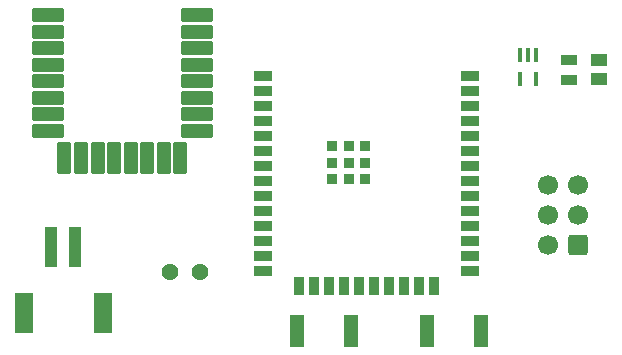
<source format=gbr>
%TF.GenerationSoftware,KiCad,Pcbnew,7.0.10*%
%TF.CreationDate,2024-11-01T14:14:09-04:00*%
%TF.ProjectId,pcb_v1,7063625f-7631-42e6-9b69-6361645f7063,rev?*%
%TF.SameCoordinates,Original*%
%TF.FileFunction,Soldermask,Top*%
%TF.FilePolarity,Negative*%
%FSLAX46Y46*%
G04 Gerber Fmt 4.6, Leading zero omitted, Abs format (unit mm)*
G04 Created by KiCad (PCBNEW 7.0.10) date 2024-11-01 14:14:09*
%MOMM*%
%LPD*%
G01*
G04 APERTURE LIST*
G04 Aperture macros list*
%AMRoundRect*
0 Rectangle with rounded corners*
0 $1 Rounding radius*
0 $2 $3 $4 $5 $6 $7 $8 $9 X,Y pos of 4 corners*
0 Add a 4 corners polygon primitive as box body*
4,1,4,$2,$3,$4,$5,$6,$7,$8,$9,$2,$3,0*
0 Add four circle primitives for the rounded corners*
1,1,$1+$1,$2,$3*
1,1,$1+$1,$4,$5*
1,1,$1+$1,$6,$7*
1,1,$1+$1,$8,$9*
0 Add four rect primitives between the rounded corners*
20,1,$1+$1,$2,$3,$4,$5,0*
20,1,$1+$1,$4,$5,$6,$7,0*
20,1,$1+$1,$6,$7,$8,$9,0*
20,1,$1+$1,$8,$9,$2,$3,0*%
G04 Aperture macros list end*
%ADD10R,1.200000X2.700000*%
%ADD11C,1.431000*%
%ADD12R,1.000000X3.500000*%
%ADD13R,1.500000X3.400000*%
%ADD14RoundRect,0.102000X-1.225000X-0.500000X1.225000X-0.500000X1.225000X0.500000X-1.225000X0.500000X0*%
%ADD15RoundRect,0.102000X-0.500000X-1.225000X0.500000X-1.225000X0.500000X1.225000X-0.500000X1.225000X0*%
%ADD16R,1.470000X1.020000*%
%ADD17R,1.500000X0.900000*%
%ADD18R,0.900000X1.500000*%
%ADD19R,0.900000X0.900000*%
%ADD20R,1.430000X0.940000*%
%ADD21R,0.450000X1.150000*%
%ADD22RoundRect,0.250000X0.600000X0.600000X-0.600000X0.600000X-0.600000X-0.600000X0.600000X-0.600000X0*%
%ADD23C,1.700000*%
G04 APERTURE END LIST*
D10*
%TO.C,R2*%
X136300000Y-125250000D03*
X131700000Y-125250000D03*
%TD*%
D11*
%TO.C,D1*%
X123520000Y-120250000D03*
X120980000Y-120250000D03*
%TD*%
D10*
%TO.C,R1*%
X147300000Y-125250000D03*
X142700000Y-125250000D03*
%TD*%
D12*
%TO.C,J2*%
X110900000Y-118200000D03*
X112900000Y-118200000D03*
D13*
X108550000Y-123750000D03*
X115250000Y-123750000D03*
%TD*%
D14*
%TO.C,IC2*%
X110607500Y-98540000D03*
X110607500Y-99940000D03*
X110607500Y-101340000D03*
X110607500Y-102740000D03*
X110607500Y-104140000D03*
X110607500Y-105540000D03*
X110607500Y-106940000D03*
X110607500Y-108340000D03*
D15*
X112002500Y-110635000D03*
X113402500Y-110635000D03*
X114802500Y-110635000D03*
X116202500Y-110635000D03*
X117602500Y-110635000D03*
X119002500Y-110635000D03*
X120402500Y-110635000D03*
X121802500Y-110635000D03*
D14*
X123197500Y-108340000D03*
X123197500Y-106940000D03*
X123197500Y-105540000D03*
X123197500Y-104140000D03*
X123197500Y-102740000D03*
X123197500Y-101340000D03*
X123197500Y-99940000D03*
X123197500Y-98540000D03*
%TD*%
D16*
%TO.C,C1*%
X157250000Y-103990000D03*
X157250000Y-102370000D03*
%TD*%
D17*
%TO.C,IC1*%
X128830000Y-103690000D03*
X128830000Y-104960000D03*
X128830000Y-106230000D03*
X128830000Y-107500000D03*
X128830000Y-108770000D03*
X128830000Y-110040000D03*
X128830000Y-111310000D03*
X128830000Y-112580000D03*
X128830000Y-113850000D03*
X128830000Y-115120000D03*
X128830000Y-116390000D03*
X128830000Y-117660000D03*
X128830000Y-118930000D03*
X128830000Y-120200000D03*
D18*
X131865000Y-121450000D03*
X133135000Y-121450000D03*
X134405000Y-121450000D03*
X135675000Y-121450000D03*
X136945000Y-121450000D03*
X138215000Y-121450000D03*
X139485000Y-121450000D03*
X140755000Y-121450000D03*
X142025000Y-121450000D03*
X143295000Y-121450000D03*
D17*
X146330000Y-120200000D03*
X146330000Y-118930000D03*
X146330000Y-117660000D03*
X146330000Y-116390000D03*
X146330000Y-115120000D03*
X146330000Y-113850000D03*
X146330000Y-112580000D03*
X146330000Y-111310000D03*
X146330000Y-110040000D03*
X146330000Y-108770000D03*
X146330000Y-107500000D03*
X146330000Y-106230000D03*
X146330000Y-104960000D03*
X146330000Y-103690000D03*
D19*
X136080000Y-111030000D03*
X134680000Y-109630000D03*
X134680000Y-111030000D03*
X134680000Y-112430000D03*
X136080000Y-112430000D03*
X137480000Y-112430000D03*
X137480000Y-111030000D03*
X137480000Y-109630000D03*
X136080000Y-109630000D03*
%TD*%
D20*
%TO.C,C2*%
X154750000Y-104000000D03*
X154750000Y-102360000D03*
%TD*%
D21*
%TO.C,IC3*%
X151900000Y-101930000D03*
X151250000Y-101930000D03*
X150600000Y-101930000D03*
X150600000Y-103930000D03*
X151900000Y-103930000D03*
%TD*%
D22*
%TO.C,J1*%
X155500000Y-118000000D03*
D23*
X152960000Y-118000000D03*
X155500000Y-115460000D03*
X152960000Y-115460000D03*
X155500000Y-112920000D03*
X152960000Y-112920000D03*
%TD*%
M02*

</source>
